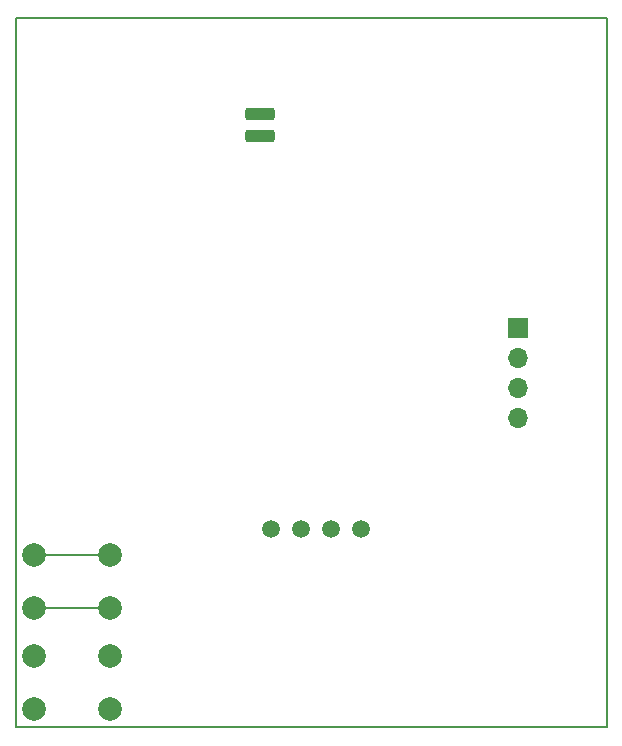
<source format=gbr>
%TF.GenerationSoftware,KiCad,Pcbnew,9.0.6*%
%TF.CreationDate,2025-12-29T20:59:13-08:00*%
%TF.ProjectId,bodycam,626f6479-6361-46d2-9e6b-696361645f70,rev?*%
%TF.SameCoordinates,Original*%
%TF.FileFunction,Copper,L2,Bot*%
%TF.FilePolarity,Positive*%
%FSLAX46Y46*%
G04 Gerber Fmt 4.6, Leading zero omitted, Abs format (unit mm)*
G04 Created by KiCad (PCBNEW 9.0.6) date 2025-12-29 20:59:13*
%MOMM*%
%LPD*%
G01*
G04 APERTURE LIST*
G04 Aperture macros list*
%AMRoundRect*
0 Rectangle with rounded corners*
0 $1 Rounding radius*
0 $2 $3 $4 $5 $6 $7 $8 $9 X,Y pos of 4 corners*
0 Add a 4 corners polygon primitive as box body*
4,1,4,$2,$3,$4,$5,$6,$7,$8,$9,$2,$3,0*
0 Add four circle primitives for the rounded corners*
1,1,$1+$1,$2,$3*
1,1,$1+$1,$4,$5*
1,1,$1+$1,$6,$7*
1,1,$1+$1,$8,$9*
0 Add four rect primitives between the rounded corners*
20,1,$1+$1,$2,$3,$4,$5,0*
20,1,$1+$1,$4,$5,$6,$7,0*
20,1,$1+$1,$6,$7,$8,$9,0*
20,1,$1+$1,$8,$9,$2,$3,0*%
G04 Aperture macros list end*
%TA.AperFunction,NonConductor*%
%ADD10C,0.200000*%
%TD*%
%TA.AperFunction,ComponentPad*%
%ADD11C,1.500000*%
%TD*%
%TA.AperFunction,ComponentPad*%
%ADD12R,1.700000X1.700000*%
%TD*%
%TA.AperFunction,ComponentPad*%
%ADD13O,1.700000X1.700000*%
%TD*%
%TA.AperFunction,ComponentPad*%
%ADD14C,2.000000*%
%TD*%
%TA.AperFunction,ComponentPad*%
%ADD15RoundRect,0.275000X0.975000X0.275000X-0.975000X0.275000X-0.975000X-0.275000X0.975000X-0.275000X0*%
%TD*%
%TA.AperFunction,Conductor*%
%ADD16C,0.200000*%
%TD*%
G04 APERTURE END LIST*
D10*
X190250000Y-70250000D02*
X240250000Y-70250000D01*
X240250000Y-130250000D01*
X190250000Y-130250000D01*
X190250000Y-70250000D01*
D11*
%TO.P,U1,1,GND*%
%TO.N,Net-(U3-GND)*%
X219500000Y-113500000D03*
%TO.P,U1,2,GND*%
X216960000Y-113500000D03*
%TO.P,U1,3,3.7V*%
%TO.N,Net-(U2-BAT)*%
X214420000Y-113500000D03*
%TO.P,U1,4,3.7V*%
X211880000Y-113500000D03*
%TD*%
D12*
%TO.P,U3,1,GND*%
%TO.N,Net-(U3-GND)*%
X232750000Y-96500000D03*
D13*
%TO.P,U3,2,VCC*%
%TO.N,Net-(U2-3V3)*%
X232750000Y-99040000D03*
%TO.P,U3,3,SCL*%
%TO.N,Net-(U2-GPIO6_A5_D5_SCL)*%
X232750000Y-101580000D03*
%TO.P,U3,4,SDA*%
%TO.N,Net-(U2-GPIO5_A4_D4_SDA)*%
X232750000Y-104120000D03*
%TD*%
D14*
%TO.P,SW2,1,1*%
%TO.N,Net-(U2-GPIO1_A0_D0)*%
X191750000Y-124250000D03*
X198250000Y-124250000D03*
%TO.P,SW2,2,2*%
%TO.N,Net-(U3-GND)*%
X191750000Y-128750000D03*
X198250000Y-128750000D03*
%TD*%
D15*
%TO.P,U2,15,BAT*%
%TO.N,Net-(U2-BAT)*%
X210945000Y-80238000D03*
%TO.P,U2,16,GND*%
%TO.N,Net-(U3-GND)*%
X210945000Y-78333000D03*
%TD*%
D14*
%TO.P,SW1,1,1*%
%TO.N,Net-(U2-GPIO2_A1_D1)*%
X191750000Y-115700000D03*
X198250000Y-115700000D03*
%TO.P,SW1,2,2*%
%TO.N,Net-(U3-GND)*%
X191750000Y-120200000D03*
X198250000Y-120200000D03*
%TD*%
D16*
%TO.N,Net-(U3-GND)*%
X198250000Y-120200000D02*
X191750000Y-120200000D01*
%TO.N,Net-(U2-GPIO2_A1_D1)*%
X198250000Y-115700000D02*
X191750000Y-115700000D01*
%TD*%
M02*

</source>
